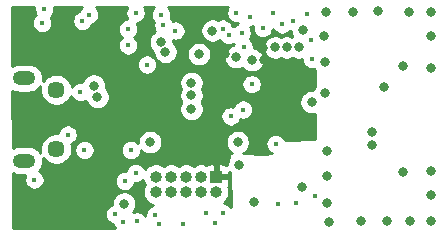
<source format=gbr>
%TF.GenerationSoftware,KiCad,Pcbnew,(5.1.7)-1*%
%TF.CreationDate,2020-12-26T20:13:37+13:00*%
%TF.ProjectId,STM32 RF Dongle,53544d33-3220-4524-9620-446f6e676c65,rev?*%
%TF.SameCoordinates,Original*%
%TF.FileFunction,Copper,L3,Inr*%
%TF.FilePolarity,Positive*%
%FSLAX46Y46*%
G04 Gerber Fmt 4.6, Leading zero omitted, Abs format (unit mm)*
G04 Created by KiCad (PCBNEW (5.1.7)-1) date 2020-12-26 20:13:37*
%MOMM*%
%LPD*%
G01*
G04 APERTURE LIST*
%TA.AperFunction,ComponentPad*%
%ADD10O,1.900000X1.200000*%
%TD*%
%TA.AperFunction,ComponentPad*%
%ADD11C,1.450000*%
%TD*%
%TA.AperFunction,ComponentPad*%
%ADD12R,1.000000X1.000000*%
%TD*%
%TA.AperFunction,ComponentPad*%
%ADD13O,1.000000X1.000000*%
%TD*%
%TA.AperFunction,ViaPad*%
%ADD14C,0.800000*%
%TD*%
%TA.AperFunction,ViaPad*%
%ADD15C,0.450000*%
%TD*%
%TA.AperFunction,ViaPad*%
%ADD16C,0.500000*%
%TD*%
%TA.AperFunction,Conductor*%
%ADD17C,0.254000*%
%TD*%
%TA.AperFunction,Conductor*%
%ADD18C,0.100000*%
%TD*%
G04 APERTURE END LIST*
D10*
%TO.N,Net-(J1-Pad6)*%
%TO.C,J1*%
X127172500Y-97150000D03*
X127172500Y-90150000D03*
D11*
X129872500Y-96150000D03*
X129872500Y-91150000D03*
%TD*%
D12*
%TO.N,+3V3*%
%TO.C,J3*%
X143410000Y-98510000D03*
D13*
%TO.N,SWDIO*%
X143410000Y-99780000D03*
%TO.N,GND*%
X142140000Y-98510000D03*
%TO.N,SW_CLK*%
X142140000Y-99780000D03*
%TO.N,GND*%
X140870000Y-98510000D03*
%TO.N,Net-(J3-Pad6)*%
X140870000Y-99780000D03*
%TO.N,Net-(J3-Pad7)*%
X139600000Y-98510000D03*
%TO.N,Net-(J3-Pad8)*%
X139600000Y-99780000D03*
%TO.N,GND*%
X138330000Y-98510000D03*
%TO.N,NRST*%
X138330000Y-99780000D03*
%TD*%
D14*
%TO.N,GND*%
X152580000Y-86580000D03*
X152825000Y-100700000D03*
X161630000Y-100060000D03*
X161625000Y-97975000D03*
X152825000Y-96350000D03*
X152625000Y-91450000D03*
X161625000Y-89325000D03*
X161620000Y-84530000D03*
X159720000Y-84510000D03*
X157150000Y-84500000D03*
X152625000Y-88825000D03*
X155710000Y-102240000D03*
X161620000Y-102220000D03*
X152825000Y-98450000D03*
X141330000Y-92770000D03*
X141330000Y-91600000D03*
X141330000Y-90550000D03*
X159225000Y-89150000D03*
X157625000Y-90900000D03*
X159225000Y-98125000D03*
X150670000Y-99375000D03*
X146630000Y-100610000D03*
X156625000Y-95800000D03*
X156600000Y-94750000D03*
X146470000Y-88625000D03*
X150395000Y-87550000D03*
X149395000Y-87550000D03*
X148420000Y-87550000D03*
D15*
X148450000Y-95725000D03*
D14*
X151510000Y-92190000D03*
X139130000Y-87920000D03*
X143110000Y-86120000D03*
X145110000Y-88380000D03*
X145380000Y-97490000D03*
X145250000Y-95580000D03*
X138730000Y-87110000D03*
X137830000Y-95560000D03*
X135630000Y-100770000D03*
X133375000Y-91750000D03*
X150770000Y-86100000D03*
D15*
X143970000Y-85950000D03*
X144480000Y-86510000D03*
X147360000Y-85920000D03*
X151430000Y-86960000D03*
X151540000Y-88540000D03*
X145740000Y-87480000D03*
X151750000Y-100090000D03*
X150170000Y-100720000D03*
X148650000Y-100850000D03*
X140620000Y-102530000D03*
X138280000Y-101710000D03*
X136600000Y-98170000D03*
X135680000Y-98850000D03*
X139980000Y-86130000D03*
X137550000Y-89000000D03*
X135980000Y-87380000D03*
X135980000Y-86000000D03*
D14*
X152700000Y-84540000D03*
X155040000Y-84510000D03*
X161650000Y-86610000D03*
X153010000Y-102290000D03*
X157900000Y-102260000D03*
X159800000Y-102280000D03*
D15*
X149900000Y-85310000D03*
X146270000Y-84950000D03*
X138750000Y-84780000D03*
X132650000Y-84780000D03*
X128690000Y-85480000D03*
X128870000Y-84340000D03*
X148270000Y-84650000D03*
X149000000Y-85610000D03*
X151120000Y-84700000D03*
X145140000Y-84630000D03*
X145580000Y-86290000D03*
X138950000Y-85630000D03*
X132090000Y-85310000D03*
X136600000Y-84650000D03*
X142550000Y-101540000D03*
X143960000Y-101550000D03*
X135550000Y-102300000D03*
X136710000Y-102280000D03*
X146425000Y-90675000D03*
X132275000Y-96225000D03*
X130850000Y-94925000D03*
X138575000Y-102475000D03*
X143325000Y-102425000D03*
%TO.N,+3V3*%
X131450000Y-100650000D03*
D14*
X143350000Y-96890000D03*
X147450000Y-88620000D03*
X147420000Y-87590000D03*
D15*
X147675000Y-96000000D03*
D14*
X151560000Y-90520000D03*
X144170000Y-88080000D03*
X140530000Y-95440000D03*
D16*
X137300000Y-92150000D03*
X137325000Y-92650000D03*
X135275000Y-93625000D03*
X135275000Y-93125000D03*
X135275000Y-92650000D03*
D14*
%TO.N,Net-(C3-Pad1)*%
X133070000Y-90790000D03*
D15*
%TO.N,+5V*%
X131925000Y-91325000D03*
D14*
%TO.N,NRST*%
X141970000Y-88110000D03*
D15*
%TO.N,SPI3_CLK*%
X145710000Y-92810000D03*
X144650000Y-93390000D03*
%TO.N,+5V*%
X136200000Y-96250000D03*
%TO.N,Net-(D3-Pad2)*%
X128030000Y-98740000D03*
X134875000Y-101675000D03*
%TD*%
D17*
%TO.N,+3V3*%
X144377878Y-84222637D02*
X144313049Y-84379147D01*
X144280000Y-84545297D01*
X144280000Y-84714703D01*
X144313049Y-84880853D01*
X144377878Y-85037363D01*
X144471995Y-85178218D01*
X144591782Y-85298005D01*
X144732637Y-85392122D01*
X144889147Y-85456951D01*
X145055297Y-85490000D01*
X145224703Y-85490000D01*
X145300462Y-85474931D01*
X145172637Y-85527878D01*
X145031782Y-85621995D01*
X144911995Y-85741782D01*
X144901576Y-85757375D01*
X144887363Y-85747878D01*
X144799396Y-85711441D01*
X144796951Y-85699147D01*
X144732122Y-85542637D01*
X144638005Y-85401782D01*
X144518218Y-85281995D01*
X144377363Y-85187878D01*
X144220853Y-85123049D01*
X144054703Y-85090000D01*
X143885297Y-85090000D01*
X143719147Y-85123049D01*
X143563440Y-85187545D01*
X143411898Y-85124774D01*
X143211939Y-85085000D01*
X143008061Y-85085000D01*
X142808102Y-85124774D01*
X142619744Y-85202795D01*
X142450226Y-85316063D01*
X142306063Y-85460226D01*
X142192795Y-85629744D01*
X142114774Y-85818102D01*
X142075000Y-86018061D01*
X142075000Y-86221939D01*
X142114774Y-86421898D01*
X142192795Y-86610256D01*
X142306063Y-86779774D01*
X142450226Y-86923937D01*
X142619744Y-87037205D01*
X142808102Y-87115226D01*
X143008061Y-87155000D01*
X143211939Y-87155000D01*
X143411898Y-87115226D01*
X143600256Y-87037205D01*
X143736933Y-86945881D01*
X143811995Y-87058218D01*
X143931782Y-87178005D01*
X144072637Y-87272122D01*
X144229147Y-87336951D01*
X144395297Y-87370000D01*
X144564703Y-87370000D01*
X144730853Y-87336951D01*
X144887363Y-87272122D01*
X144907128Y-87258916D01*
X144885141Y-87369450D01*
X144808102Y-87384774D01*
X144619744Y-87462795D01*
X144450226Y-87576063D01*
X144306063Y-87720226D01*
X144192795Y-87889744D01*
X144114774Y-88078102D01*
X144075000Y-88278061D01*
X144075000Y-88481939D01*
X144114774Y-88681898D01*
X144192795Y-88870256D01*
X144306063Y-89039774D01*
X144450226Y-89183937D01*
X144619744Y-89297205D01*
X144808102Y-89375226D01*
X145008061Y-89415000D01*
X145211939Y-89415000D01*
X145411898Y-89375226D01*
X145600256Y-89297205D01*
X145651494Y-89262969D01*
X145666063Y-89284774D01*
X145810226Y-89428937D01*
X145979744Y-89542205D01*
X146168102Y-89620226D01*
X146368061Y-89660000D01*
X146571939Y-89660000D01*
X146771898Y-89620226D01*
X146960256Y-89542205D01*
X147129774Y-89428937D01*
X147273937Y-89284774D01*
X147387205Y-89115256D01*
X147465226Y-88926898D01*
X147505000Y-88726939D01*
X147505000Y-88523061D01*
X147465226Y-88323102D01*
X147387205Y-88134744D01*
X147273937Y-87965226D01*
X147129774Y-87821063D01*
X146960256Y-87707795D01*
X146771898Y-87629774D01*
X146594092Y-87594406D01*
X146600000Y-87564703D01*
X146600000Y-87395297D01*
X146566951Y-87229147D01*
X146502122Y-87072637D01*
X146408005Y-86931782D01*
X146288218Y-86811995D01*
X146272531Y-86801513D01*
X146342122Y-86697363D01*
X146406951Y-86540853D01*
X146440000Y-86374703D01*
X146440000Y-86205297D01*
X146406951Y-86039147D01*
X146342122Y-85882637D01*
X146293587Y-85810000D01*
X146354703Y-85810000D01*
X146511225Y-85778866D01*
X146500000Y-85835297D01*
X146500000Y-86004703D01*
X146533049Y-86170853D01*
X146597878Y-86327363D01*
X146691995Y-86468218D01*
X146811782Y-86588005D01*
X146952637Y-86682122D01*
X147109147Y-86746951D01*
X147275297Y-86780000D01*
X147444703Y-86780000D01*
X147610853Y-86746951D01*
X147767363Y-86682122D01*
X147908218Y-86588005D01*
X148028005Y-86468218D01*
X148122122Y-86327363D01*
X148186951Y-86170853D01*
X148220000Y-86004703D01*
X148220000Y-85974202D01*
X148237878Y-86017363D01*
X148331995Y-86158218D01*
X148451782Y-86278005D01*
X148592637Y-86372122D01*
X148749147Y-86436951D01*
X148915297Y-86470000D01*
X149084703Y-86470000D01*
X149250853Y-86436951D01*
X149407363Y-86372122D01*
X149548218Y-86278005D01*
X149668005Y-86158218D01*
X149678336Y-86142757D01*
X149735000Y-86154028D01*
X149735000Y-86201939D01*
X149774774Y-86401898D01*
X149852795Y-86590256D01*
X149879674Y-86630483D01*
X149696898Y-86554774D01*
X149496939Y-86515000D01*
X149293061Y-86515000D01*
X149093102Y-86554774D01*
X148907500Y-86631653D01*
X148721898Y-86554774D01*
X148521939Y-86515000D01*
X148318061Y-86515000D01*
X148118102Y-86554774D01*
X147929744Y-86632795D01*
X147760226Y-86746063D01*
X147616063Y-86890226D01*
X147502795Y-87059744D01*
X147424774Y-87248102D01*
X147385000Y-87448061D01*
X147385000Y-87651939D01*
X147424774Y-87851898D01*
X147502795Y-88040256D01*
X147616063Y-88209774D01*
X147760226Y-88353937D01*
X147929744Y-88467205D01*
X148118102Y-88545226D01*
X148318061Y-88585000D01*
X148521939Y-88585000D01*
X148721898Y-88545226D01*
X148907500Y-88468347D01*
X149093102Y-88545226D01*
X149293061Y-88585000D01*
X149496939Y-88585000D01*
X149696898Y-88545226D01*
X149885256Y-88467205D01*
X149895000Y-88460694D01*
X149904744Y-88467205D01*
X150093102Y-88545226D01*
X150293061Y-88585000D01*
X150496939Y-88585000D01*
X150680000Y-88548587D01*
X150680000Y-88624703D01*
X150713049Y-88790853D01*
X150777878Y-88947363D01*
X150871995Y-89088218D01*
X150991782Y-89208005D01*
X151132637Y-89302122D01*
X151289147Y-89366951D01*
X151455297Y-89400000D01*
X151624703Y-89400000D01*
X151748028Y-89375469D01*
X151808086Y-89465353D01*
X151804690Y-90814730D01*
X151707795Y-90959744D01*
X151629774Y-91148102D01*
X151627775Y-91158150D01*
X151611939Y-91155000D01*
X151408061Y-91155000D01*
X151208102Y-91194774D01*
X151019744Y-91272795D01*
X150850226Y-91386063D01*
X150706063Y-91530226D01*
X150592795Y-91699744D01*
X150514774Y-91888102D01*
X150475000Y-92088061D01*
X150475000Y-92291939D01*
X150514774Y-92491898D01*
X150592795Y-92680256D01*
X150706063Y-92849774D01*
X150850226Y-92993937D01*
X151019744Y-93107205D01*
X151208102Y-93185226D01*
X151408061Y-93225000D01*
X151611939Y-93225000D01*
X151798717Y-93187848D01*
X151793308Y-95337118D01*
X149254949Y-95421031D01*
X149212122Y-95317637D01*
X149118005Y-95176782D01*
X148998218Y-95056995D01*
X148857363Y-94962878D01*
X148700853Y-94898049D01*
X148534703Y-94865000D01*
X148365297Y-94865000D01*
X148199147Y-94898049D01*
X148042637Y-94962878D01*
X147901782Y-95056995D01*
X147781995Y-95176782D01*
X147687878Y-95317637D01*
X147623049Y-95474147D01*
X147590000Y-95640297D01*
X147590000Y-95809703D01*
X147623049Y-95975853D01*
X147687878Y-96132363D01*
X147781995Y-96273218D01*
X147901782Y-96393005D01*
X148042637Y-96487122D01*
X148119294Y-96518875D01*
X147506107Y-96540253D01*
X145736535Y-96517406D01*
X145714011Y-96508076D01*
X145740256Y-96497205D01*
X145909774Y-96383937D01*
X146053937Y-96239774D01*
X146167205Y-96070256D01*
X146245226Y-95881898D01*
X146285000Y-95681939D01*
X146285000Y-95478061D01*
X146245226Y-95278102D01*
X146167205Y-95089744D01*
X146053937Y-94920226D01*
X145909774Y-94776063D01*
X145740256Y-94662795D01*
X145551898Y-94584774D01*
X145351939Y-94545000D01*
X145148061Y-94545000D01*
X144948102Y-94584774D01*
X144759744Y-94662795D01*
X144590226Y-94776063D01*
X144446063Y-94920226D01*
X144332795Y-95089744D01*
X144254774Y-95278102D01*
X144215000Y-95478061D01*
X144215000Y-95681939D01*
X144254774Y-95881898D01*
X144332795Y-96070256D01*
X144446063Y-96239774D01*
X144590226Y-96383937D01*
X144759744Y-96497205D01*
X144778655Y-96505038D01*
X144621640Y-96503011D01*
X144596834Y-96505131D01*
X144572918Y-96512050D01*
X144550812Y-96523501D01*
X144531364Y-96539046D01*
X144515323Y-96558085D01*
X144503305Y-96579888D01*
X144495771Y-96603618D01*
X144493104Y-96635127D01*
X144505268Y-96936179D01*
X144462795Y-96999744D01*
X144384774Y-97188102D01*
X144345000Y-97388061D01*
X144345000Y-97545532D01*
X144264494Y-97479463D01*
X144154180Y-97420498D01*
X144034482Y-97384188D01*
X143910000Y-97371928D01*
X143695750Y-97375000D01*
X143537000Y-97533750D01*
X143537000Y-98383000D01*
X144386250Y-98383000D01*
X144545000Y-98224250D01*
X144546698Y-98105826D01*
X144552901Y-98115110D01*
X144672208Y-101067935D01*
X144628005Y-101001782D01*
X144508218Y-100881995D01*
X144367363Y-100787878D01*
X144210853Y-100723049D01*
X144080406Y-100697102D01*
X144133520Y-100661612D01*
X144291612Y-100503520D01*
X144415824Y-100317624D01*
X144501383Y-100111067D01*
X144545000Y-99891788D01*
X144545000Y-99668212D01*
X144501383Y-99448933D01*
X144455112Y-99337226D01*
X144499502Y-99254180D01*
X144535812Y-99134482D01*
X144548072Y-99010000D01*
X144545000Y-98795750D01*
X144386250Y-98637000D01*
X143537000Y-98637000D01*
X143537000Y-98648026D01*
X143521788Y-98645000D01*
X143298212Y-98645000D01*
X143283000Y-98648026D01*
X143283000Y-98637000D01*
X143271974Y-98637000D01*
X143275000Y-98621788D01*
X143275000Y-98398212D01*
X143271974Y-98383000D01*
X143283000Y-98383000D01*
X143283000Y-97533750D01*
X143124250Y-97375000D01*
X142910000Y-97371928D01*
X142785518Y-97384188D01*
X142665820Y-97420498D01*
X142582774Y-97464888D01*
X142471067Y-97418617D01*
X142251788Y-97375000D01*
X142028212Y-97375000D01*
X141808933Y-97418617D01*
X141602376Y-97504176D01*
X141505000Y-97569241D01*
X141407624Y-97504176D01*
X141201067Y-97418617D01*
X140981788Y-97375000D01*
X140758212Y-97375000D01*
X140538933Y-97418617D01*
X140332376Y-97504176D01*
X140235000Y-97569241D01*
X140137624Y-97504176D01*
X139931067Y-97418617D01*
X139711788Y-97375000D01*
X139488212Y-97375000D01*
X139268933Y-97418617D01*
X139062376Y-97504176D01*
X138965000Y-97569241D01*
X138867624Y-97504176D01*
X138661067Y-97418617D01*
X138441788Y-97375000D01*
X138218212Y-97375000D01*
X137998933Y-97418617D01*
X137792376Y-97504176D01*
X137606480Y-97628388D01*
X137448388Y-97786480D01*
X137401231Y-97857055D01*
X137362122Y-97762637D01*
X137268005Y-97621782D01*
X137148218Y-97501995D01*
X137007363Y-97407878D01*
X136850853Y-97343049D01*
X136684703Y-97310000D01*
X136515297Y-97310000D01*
X136349147Y-97343049D01*
X136192637Y-97407878D01*
X136051782Y-97501995D01*
X135931995Y-97621782D01*
X135837878Y-97762637D01*
X135773049Y-97919147D01*
X135758956Y-97990000D01*
X135595297Y-97990000D01*
X135429147Y-98023049D01*
X135272637Y-98087878D01*
X135131782Y-98181995D01*
X135011995Y-98301782D01*
X134917878Y-98442637D01*
X134853049Y-98599147D01*
X134820000Y-98765297D01*
X134820000Y-98934703D01*
X134853049Y-99100853D01*
X134917878Y-99257363D01*
X135011995Y-99398218D01*
X135131782Y-99518005D01*
X135272637Y-99612122D01*
X135429147Y-99676951D01*
X135595297Y-99710000D01*
X135764703Y-99710000D01*
X135930853Y-99676951D01*
X136087363Y-99612122D01*
X136228218Y-99518005D01*
X136348005Y-99398218D01*
X136442122Y-99257363D01*
X136506951Y-99100853D01*
X136521044Y-99030000D01*
X136684703Y-99030000D01*
X136850853Y-98996951D01*
X137007363Y-98932122D01*
X137148218Y-98838005D01*
X137223111Y-98763112D01*
X137238617Y-98841067D01*
X137324176Y-99047624D01*
X137389241Y-99145000D01*
X137324176Y-99242376D01*
X137238617Y-99448933D01*
X137195000Y-99668212D01*
X137195000Y-99891788D01*
X137238617Y-100111067D01*
X137324176Y-100317624D01*
X137448388Y-100503520D01*
X137606480Y-100661612D01*
X137792376Y-100785824D01*
X137998933Y-100871383D01*
X138043365Y-100880221D01*
X138029147Y-100883049D01*
X137872637Y-100947878D01*
X137731782Y-101041995D01*
X137611995Y-101161782D01*
X137517878Y-101302637D01*
X137453049Y-101459147D01*
X137420000Y-101625297D01*
X137420000Y-101794631D01*
X137378005Y-101731782D01*
X137258218Y-101611995D01*
X137117363Y-101517878D01*
X136960853Y-101453049D01*
X136794703Y-101420000D01*
X136625297Y-101420000D01*
X136459147Y-101453049D01*
X136376378Y-101487333D01*
X136433937Y-101429774D01*
X136547205Y-101260256D01*
X136625226Y-101071898D01*
X136665000Y-100871939D01*
X136665000Y-100668061D01*
X136625226Y-100468102D01*
X136547205Y-100279744D01*
X136433937Y-100110226D01*
X136289774Y-99966063D01*
X136120256Y-99852795D01*
X135931898Y-99774774D01*
X135731939Y-99735000D01*
X135528061Y-99735000D01*
X135328102Y-99774774D01*
X135139744Y-99852795D01*
X134970226Y-99966063D01*
X134826063Y-100110226D01*
X134712795Y-100279744D01*
X134634774Y-100468102D01*
X134595000Y-100668061D01*
X134595000Y-100860122D01*
X134467637Y-100912878D01*
X134326782Y-101006995D01*
X134206995Y-101126782D01*
X134112878Y-101267637D01*
X134048049Y-101424147D01*
X134015000Y-101590297D01*
X134015000Y-101759703D01*
X134048049Y-101925853D01*
X134112878Y-102082363D01*
X134206995Y-102223218D01*
X134326782Y-102343005D01*
X134467637Y-102437122D01*
X134624147Y-102501951D01*
X134716995Y-102520420D01*
X134723049Y-102550853D01*
X134787878Y-102707363D01*
X134870692Y-102831303D01*
X126219260Y-102830139D01*
X126202113Y-98218747D01*
X126347599Y-98296511D01*
X126580398Y-98367130D01*
X126761835Y-98385000D01*
X127246188Y-98385000D01*
X127203049Y-98489147D01*
X127170000Y-98655297D01*
X127170000Y-98824703D01*
X127203049Y-98990853D01*
X127267878Y-99147363D01*
X127361995Y-99288218D01*
X127481782Y-99408005D01*
X127622637Y-99502122D01*
X127779147Y-99566951D01*
X127945297Y-99600000D01*
X128114703Y-99600000D01*
X128280853Y-99566951D01*
X128437363Y-99502122D01*
X128578218Y-99408005D01*
X128698005Y-99288218D01*
X128792122Y-99147363D01*
X128856951Y-98990853D01*
X128890000Y-98824703D01*
X128890000Y-98655297D01*
X128856951Y-98489147D01*
X128792122Y-98332637D01*
X128698005Y-98191782D01*
X128578218Y-98071995D01*
X128439536Y-97979330D01*
X128554333Y-97839449D01*
X128669011Y-97624901D01*
X128739630Y-97392102D01*
X128763475Y-97150000D01*
X128739630Y-96907898D01*
X128736617Y-96897965D01*
X128816119Y-97016949D01*
X129005551Y-97206381D01*
X129228299Y-97355216D01*
X129475803Y-97457736D01*
X129738552Y-97510000D01*
X130006448Y-97510000D01*
X130269197Y-97457736D01*
X130516701Y-97355216D01*
X130739449Y-97206381D01*
X130928881Y-97016949D01*
X131077716Y-96794201D01*
X131180236Y-96546697D01*
X131232500Y-96283948D01*
X131232500Y-96140297D01*
X131415000Y-96140297D01*
X131415000Y-96309703D01*
X131448049Y-96475853D01*
X131512878Y-96632363D01*
X131606995Y-96773218D01*
X131726782Y-96893005D01*
X131867637Y-96987122D01*
X132024147Y-97051951D01*
X132190297Y-97085000D01*
X132359703Y-97085000D01*
X132525853Y-97051951D01*
X132682363Y-96987122D01*
X132823218Y-96893005D01*
X132943005Y-96773218D01*
X133037122Y-96632363D01*
X133101951Y-96475853D01*
X133135000Y-96309703D01*
X133135000Y-96165297D01*
X135340000Y-96165297D01*
X135340000Y-96334703D01*
X135373049Y-96500853D01*
X135437878Y-96657363D01*
X135531995Y-96798218D01*
X135651782Y-96918005D01*
X135792637Y-97012122D01*
X135949147Y-97076951D01*
X136115297Y-97110000D01*
X136284703Y-97110000D01*
X136450853Y-97076951D01*
X136607363Y-97012122D01*
X136748218Y-96918005D01*
X136868005Y-96798218D01*
X136962122Y-96657363D01*
X137026951Y-96500853D01*
X137060000Y-96334703D01*
X137060000Y-96253711D01*
X137170226Y-96363937D01*
X137339744Y-96477205D01*
X137528102Y-96555226D01*
X137728061Y-96595000D01*
X137931939Y-96595000D01*
X138131898Y-96555226D01*
X138320256Y-96477205D01*
X138489774Y-96363937D01*
X138633937Y-96219774D01*
X138747205Y-96050256D01*
X138825226Y-95861898D01*
X138865000Y-95661939D01*
X138865000Y-95458061D01*
X138825226Y-95258102D01*
X138747205Y-95069744D01*
X138633937Y-94900226D01*
X138489774Y-94756063D01*
X138320256Y-94642795D01*
X138131898Y-94564774D01*
X137931939Y-94525000D01*
X137728061Y-94525000D01*
X137528102Y-94564774D01*
X137339744Y-94642795D01*
X137170226Y-94756063D01*
X137026063Y-94900226D01*
X136912795Y-95069744D01*
X136834774Y-95258102D01*
X136795000Y-95458061D01*
X136795000Y-95628777D01*
X136748218Y-95581995D01*
X136607363Y-95487878D01*
X136450853Y-95423049D01*
X136284703Y-95390000D01*
X136115297Y-95390000D01*
X135949147Y-95423049D01*
X135792637Y-95487878D01*
X135651782Y-95581995D01*
X135531995Y-95701782D01*
X135437878Y-95842637D01*
X135373049Y-95999147D01*
X135340000Y-96165297D01*
X133135000Y-96165297D01*
X133135000Y-96140297D01*
X133101951Y-95974147D01*
X133037122Y-95817637D01*
X132943005Y-95676782D01*
X132823218Y-95556995D01*
X132682363Y-95462878D01*
X132525853Y-95398049D01*
X132359703Y-95365000D01*
X132190297Y-95365000D01*
X132024147Y-95398049D01*
X131867637Y-95462878D01*
X131726782Y-95556995D01*
X131606995Y-95676782D01*
X131512878Y-95817637D01*
X131448049Y-95974147D01*
X131415000Y-96140297D01*
X131232500Y-96140297D01*
X131232500Y-96016052D01*
X131180236Y-95753303D01*
X131168133Y-95724083D01*
X131257363Y-95687122D01*
X131398218Y-95593005D01*
X131518005Y-95473218D01*
X131612122Y-95332363D01*
X131676951Y-95175853D01*
X131710000Y-95009703D01*
X131710000Y-94840297D01*
X131676951Y-94674147D01*
X131612122Y-94517637D01*
X131518005Y-94376782D01*
X131398218Y-94256995D01*
X131257363Y-94162878D01*
X131100853Y-94098049D01*
X130934703Y-94065000D01*
X130765297Y-94065000D01*
X130599147Y-94098049D01*
X130442637Y-94162878D01*
X130301782Y-94256995D01*
X130181995Y-94376782D01*
X130087878Y-94517637D01*
X130023049Y-94674147D01*
X130000005Y-94790000D01*
X129738552Y-94790000D01*
X129475803Y-94842264D01*
X129228299Y-94944784D01*
X129005551Y-95093619D01*
X128816119Y-95283051D01*
X128667284Y-95505799D01*
X128564764Y-95753303D01*
X128512500Y-96016052D01*
X128512500Y-96283948D01*
X128545484Y-96449768D01*
X128400002Y-96272498D01*
X128211949Y-96118167D01*
X127997401Y-96003489D01*
X127764602Y-95932870D01*
X127583165Y-95915000D01*
X126761835Y-95915000D01*
X126580398Y-95932870D01*
X126347599Y-96003489D01*
X126194181Y-96085492D01*
X126176032Y-91204807D01*
X126347599Y-91296511D01*
X126580398Y-91367130D01*
X126761835Y-91385000D01*
X127583165Y-91385000D01*
X127764602Y-91367130D01*
X127997401Y-91296511D01*
X128211949Y-91181833D01*
X128400002Y-91027502D01*
X128545484Y-90850232D01*
X128512500Y-91016052D01*
X128512500Y-91283948D01*
X128564764Y-91546697D01*
X128667284Y-91794201D01*
X128816119Y-92016949D01*
X129005551Y-92206381D01*
X129228299Y-92355216D01*
X129475803Y-92457736D01*
X129738552Y-92510000D01*
X130006448Y-92510000D01*
X130269197Y-92457736D01*
X130516701Y-92355216D01*
X130739449Y-92206381D01*
X130928881Y-92016949D01*
X131077716Y-91794201D01*
X131133104Y-91660483D01*
X131162878Y-91732363D01*
X131256995Y-91873218D01*
X131376782Y-91993005D01*
X131517637Y-92087122D01*
X131674147Y-92151951D01*
X131840297Y-92185000D01*
X132009703Y-92185000D01*
X132175853Y-92151951D01*
X132332363Y-92087122D01*
X132380924Y-92054674D01*
X132457795Y-92240256D01*
X132571063Y-92409774D01*
X132715226Y-92553937D01*
X132884744Y-92667205D01*
X133073102Y-92745226D01*
X133273061Y-92785000D01*
X133476939Y-92785000D01*
X133676898Y-92745226D01*
X133865256Y-92667205D01*
X134034774Y-92553937D01*
X134178937Y-92409774D01*
X134292205Y-92240256D01*
X134370226Y-92051898D01*
X134410000Y-91851939D01*
X134410000Y-91648061D01*
X134370226Y-91448102D01*
X134292205Y-91259744D01*
X134178937Y-91090226D01*
X134084369Y-90995658D01*
X134105000Y-90891939D01*
X134105000Y-90688061D01*
X134065226Y-90488102D01*
X134048641Y-90448061D01*
X140295000Y-90448061D01*
X140295000Y-90651939D01*
X140334774Y-90851898D01*
X140412795Y-91040256D01*
X140436010Y-91075000D01*
X140412795Y-91109744D01*
X140334774Y-91298102D01*
X140295000Y-91498061D01*
X140295000Y-91701939D01*
X140334774Y-91901898D01*
X140412795Y-92090256D01*
X140476101Y-92185000D01*
X140412795Y-92279744D01*
X140334774Y-92468102D01*
X140295000Y-92668061D01*
X140295000Y-92871939D01*
X140334774Y-93071898D01*
X140412795Y-93260256D01*
X140526063Y-93429774D01*
X140670226Y-93573937D01*
X140839744Y-93687205D01*
X141028102Y-93765226D01*
X141228061Y-93805000D01*
X141431939Y-93805000D01*
X141631898Y-93765226D01*
X141820256Y-93687205D01*
X141989774Y-93573937D01*
X142133937Y-93429774D01*
X142217109Y-93305297D01*
X143790000Y-93305297D01*
X143790000Y-93474703D01*
X143823049Y-93640853D01*
X143887878Y-93797363D01*
X143981995Y-93938218D01*
X144101782Y-94058005D01*
X144242637Y-94152122D01*
X144399147Y-94216951D01*
X144565297Y-94250000D01*
X144734703Y-94250000D01*
X144900853Y-94216951D01*
X145057363Y-94152122D01*
X145198218Y-94058005D01*
X145318005Y-93938218D01*
X145412122Y-93797363D01*
X145476951Y-93640853D01*
X145477020Y-93640506D01*
X145625297Y-93670000D01*
X145794703Y-93670000D01*
X145960853Y-93636951D01*
X146117363Y-93572122D01*
X146258218Y-93478005D01*
X146378005Y-93358218D01*
X146472122Y-93217363D01*
X146536951Y-93060853D01*
X146570000Y-92894703D01*
X146570000Y-92725297D01*
X146536951Y-92559147D01*
X146472122Y-92402637D01*
X146378005Y-92261782D01*
X146258218Y-92141995D01*
X146117363Y-92047878D01*
X145960853Y-91983049D01*
X145794703Y-91950000D01*
X145625297Y-91950000D01*
X145459147Y-91983049D01*
X145302637Y-92047878D01*
X145161782Y-92141995D01*
X145041995Y-92261782D01*
X144947878Y-92402637D01*
X144883049Y-92559147D01*
X144882980Y-92559494D01*
X144734703Y-92530000D01*
X144565297Y-92530000D01*
X144399147Y-92563049D01*
X144242637Y-92627878D01*
X144101782Y-92721995D01*
X143981995Y-92841782D01*
X143887878Y-92982637D01*
X143823049Y-93139147D01*
X143790000Y-93305297D01*
X142217109Y-93305297D01*
X142247205Y-93260256D01*
X142325226Y-93071898D01*
X142365000Y-92871939D01*
X142365000Y-92668061D01*
X142325226Y-92468102D01*
X142247205Y-92279744D01*
X142183899Y-92185000D01*
X142247205Y-92090256D01*
X142325226Y-91901898D01*
X142365000Y-91701939D01*
X142365000Y-91498061D01*
X142325226Y-91298102D01*
X142247205Y-91109744D01*
X142223990Y-91075000D01*
X142247205Y-91040256D01*
X142325226Y-90851898D01*
X142365000Y-90651939D01*
X142365000Y-90590297D01*
X145565000Y-90590297D01*
X145565000Y-90759703D01*
X145598049Y-90925853D01*
X145662878Y-91082363D01*
X145756995Y-91223218D01*
X145876782Y-91343005D01*
X146017637Y-91437122D01*
X146174147Y-91501951D01*
X146340297Y-91535000D01*
X146509703Y-91535000D01*
X146675853Y-91501951D01*
X146832363Y-91437122D01*
X146973218Y-91343005D01*
X147093005Y-91223218D01*
X147187122Y-91082363D01*
X147251951Y-90925853D01*
X147285000Y-90759703D01*
X147285000Y-90590297D01*
X147251951Y-90424147D01*
X147187122Y-90267637D01*
X147093005Y-90126782D01*
X146973218Y-90006995D01*
X146832363Y-89912878D01*
X146675853Y-89848049D01*
X146509703Y-89815000D01*
X146340297Y-89815000D01*
X146174147Y-89848049D01*
X146017637Y-89912878D01*
X145876782Y-90006995D01*
X145756995Y-90126782D01*
X145662878Y-90267637D01*
X145598049Y-90424147D01*
X145565000Y-90590297D01*
X142365000Y-90590297D01*
X142365000Y-90448061D01*
X142325226Y-90248102D01*
X142247205Y-90059744D01*
X142133937Y-89890226D01*
X141989774Y-89746063D01*
X141820256Y-89632795D01*
X141631898Y-89554774D01*
X141431939Y-89515000D01*
X141228061Y-89515000D01*
X141028102Y-89554774D01*
X140839744Y-89632795D01*
X140670226Y-89746063D01*
X140526063Y-89890226D01*
X140412795Y-90059744D01*
X140334774Y-90248102D01*
X140295000Y-90448061D01*
X134048641Y-90448061D01*
X133987205Y-90299744D01*
X133873937Y-90130226D01*
X133729774Y-89986063D01*
X133560256Y-89872795D01*
X133371898Y-89794774D01*
X133171939Y-89755000D01*
X132968061Y-89755000D01*
X132768102Y-89794774D01*
X132579744Y-89872795D01*
X132410226Y-89986063D01*
X132266063Y-90130226D01*
X132152795Y-90299744D01*
X132078662Y-90478717D01*
X132009703Y-90465000D01*
X131840297Y-90465000D01*
X131674147Y-90498049D01*
X131517637Y-90562878D01*
X131376782Y-90656995D01*
X131256995Y-90776782D01*
X131201443Y-90859920D01*
X131180236Y-90753303D01*
X131077716Y-90505799D01*
X130928881Y-90283051D01*
X130739449Y-90093619D01*
X130516701Y-89944784D01*
X130269197Y-89842264D01*
X130006448Y-89790000D01*
X129738552Y-89790000D01*
X129475803Y-89842264D01*
X129228299Y-89944784D01*
X129005551Y-90093619D01*
X128816119Y-90283051D01*
X128736617Y-90402035D01*
X128739630Y-90392102D01*
X128763475Y-90150000D01*
X128739630Y-89907898D01*
X128669011Y-89675099D01*
X128554333Y-89460551D01*
X128400002Y-89272498D01*
X128211949Y-89118167D01*
X127997401Y-89003489D01*
X127764602Y-88932870D01*
X127586181Y-88915297D01*
X136690000Y-88915297D01*
X136690000Y-89084703D01*
X136723049Y-89250853D01*
X136787878Y-89407363D01*
X136881995Y-89548218D01*
X137001782Y-89668005D01*
X137142637Y-89762122D01*
X137299147Y-89826951D01*
X137465297Y-89860000D01*
X137634703Y-89860000D01*
X137800853Y-89826951D01*
X137957363Y-89762122D01*
X138098218Y-89668005D01*
X138218005Y-89548218D01*
X138312122Y-89407363D01*
X138376951Y-89250853D01*
X138410000Y-89084703D01*
X138410000Y-88915297D01*
X138376951Y-88749147D01*
X138312122Y-88592637D01*
X138218005Y-88451782D01*
X138098218Y-88331995D01*
X137957363Y-88237878D01*
X137800853Y-88173049D01*
X137634703Y-88140000D01*
X137465297Y-88140000D01*
X137299147Y-88173049D01*
X137142637Y-88237878D01*
X137001782Y-88331995D01*
X136881995Y-88451782D01*
X136787878Y-88592637D01*
X136723049Y-88749147D01*
X136690000Y-88915297D01*
X127586181Y-88915297D01*
X127583165Y-88915000D01*
X126761835Y-88915000D01*
X126580398Y-88932870D01*
X126347599Y-89003489D01*
X126168204Y-89099378D01*
X126149799Y-84149898D01*
X128031166Y-84148888D01*
X128010000Y-84255297D01*
X128010000Y-84424703D01*
X128043049Y-84590853D01*
X128107878Y-84747363D01*
X128148199Y-84807707D01*
X128141782Y-84811995D01*
X128021995Y-84931782D01*
X127927878Y-85072637D01*
X127863049Y-85229147D01*
X127830000Y-85395297D01*
X127830000Y-85564703D01*
X127863049Y-85730853D01*
X127927878Y-85887363D01*
X128021995Y-86028218D01*
X128141782Y-86148005D01*
X128282637Y-86242122D01*
X128439147Y-86306951D01*
X128605297Y-86340000D01*
X128774703Y-86340000D01*
X128940853Y-86306951D01*
X129097363Y-86242122D01*
X129238218Y-86148005D01*
X129358005Y-86028218D01*
X129452122Y-85887363D01*
X129516951Y-85730853D01*
X129550000Y-85564703D01*
X129550000Y-85395297D01*
X129516951Y-85229147D01*
X129452122Y-85072637D01*
X129411801Y-85012293D01*
X129418218Y-85008005D01*
X129538005Y-84888218D01*
X129632122Y-84747363D01*
X129696951Y-84590853D01*
X129730000Y-84424703D01*
X129730000Y-84255297D01*
X129708655Y-84147987D01*
X132067056Y-84146721D01*
X131981995Y-84231782D01*
X131887878Y-84372637D01*
X131842413Y-84482399D01*
X131839147Y-84483049D01*
X131682637Y-84547878D01*
X131541782Y-84641995D01*
X131421995Y-84761782D01*
X131327878Y-84902637D01*
X131263049Y-85059147D01*
X131230000Y-85225297D01*
X131230000Y-85394703D01*
X131263049Y-85560853D01*
X131327878Y-85717363D01*
X131421995Y-85858218D01*
X131541782Y-85978005D01*
X131682637Y-86072122D01*
X131839147Y-86136951D01*
X132005297Y-86170000D01*
X132174703Y-86170000D01*
X132340853Y-86136951D01*
X132497363Y-86072122D01*
X132638218Y-85978005D01*
X132758005Y-85858218D01*
X132852122Y-85717363D01*
X132897587Y-85607601D01*
X132900853Y-85606951D01*
X133057363Y-85542122D01*
X133198218Y-85448005D01*
X133318005Y-85328218D01*
X133412122Y-85187363D01*
X133476951Y-85030853D01*
X133510000Y-84864703D01*
X133510000Y-84695297D01*
X133476951Y-84529147D01*
X133412122Y-84372637D01*
X133318005Y-84231782D01*
X133232318Y-84146095D01*
X135903344Y-84144661D01*
X135837878Y-84242637D01*
X135773049Y-84399147D01*
X135740000Y-84565297D01*
X135740000Y-84734703D01*
X135773049Y-84900853D01*
X135837878Y-85057363D01*
X135893353Y-85140387D01*
X135729147Y-85173049D01*
X135572637Y-85237878D01*
X135431782Y-85331995D01*
X135311995Y-85451782D01*
X135217878Y-85592637D01*
X135153049Y-85749147D01*
X135120000Y-85915297D01*
X135120000Y-86084703D01*
X135153049Y-86250853D01*
X135217878Y-86407363D01*
X135311995Y-86548218D01*
X135431782Y-86668005D01*
X135464700Y-86690000D01*
X135431782Y-86711995D01*
X135311995Y-86831782D01*
X135217878Y-86972637D01*
X135153049Y-87129147D01*
X135120000Y-87295297D01*
X135120000Y-87464703D01*
X135153049Y-87630853D01*
X135217878Y-87787363D01*
X135311995Y-87928218D01*
X135431782Y-88048005D01*
X135572637Y-88142122D01*
X135729147Y-88206951D01*
X135895297Y-88240000D01*
X136064703Y-88240000D01*
X136230853Y-88206951D01*
X136387363Y-88142122D01*
X136528218Y-88048005D01*
X136648005Y-87928218D01*
X136742122Y-87787363D01*
X136806951Y-87630853D01*
X136840000Y-87464703D01*
X136840000Y-87295297D01*
X136806951Y-87129147D01*
X136742122Y-86972637D01*
X136648005Y-86831782D01*
X136528218Y-86711995D01*
X136495300Y-86690000D01*
X136528218Y-86668005D01*
X136648005Y-86548218D01*
X136742122Y-86407363D01*
X136806951Y-86250853D01*
X136840000Y-86084703D01*
X136840000Y-85915297D01*
X136806951Y-85749147D01*
X136742122Y-85592637D01*
X136686647Y-85509613D01*
X136850853Y-85476951D01*
X137007363Y-85412122D01*
X137148218Y-85318005D01*
X137268005Y-85198218D01*
X137362122Y-85057363D01*
X137426951Y-84900853D01*
X137460000Y-84734703D01*
X137460000Y-84565297D01*
X137426951Y-84399147D01*
X137362122Y-84242637D01*
X137296156Y-84143913D01*
X138170334Y-84143443D01*
X138081995Y-84231782D01*
X137987878Y-84372637D01*
X137923049Y-84529147D01*
X137890000Y-84695297D01*
X137890000Y-84864703D01*
X137923049Y-85030853D01*
X137987878Y-85187363D01*
X138081995Y-85328218D01*
X138125941Y-85372164D01*
X138123049Y-85379147D01*
X138090000Y-85545297D01*
X138090000Y-85714703D01*
X138123049Y-85880853D01*
X138187878Y-86037363D01*
X138280465Y-86175928D01*
X138239744Y-86192795D01*
X138070226Y-86306063D01*
X137926063Y-86450226D01*
X137812795Y-86619744D01*
X137734774Y-86808102D01*
X137695000Y-87008061D01*
X137695000Y-87211939D01*
X137734774Y-87411898D01*
X137812795Y-87600256D01*
X137926063Y-87769774D01*
X138070226Y-87913937D01*
X138095000Y-87930490D01*
X138095000Y-88021939D01*
X138134774Y-88221898D01*
X138212795Y-88410256D01*
X138326063Y-88579774D01*
X138470226Y-88723937D01*
X138639744Y-88837205D01*
X138828102Y-88915226D01*
X139028061Y-88955000D01*
X139231939Y-88955000D01*
X139431898Y-88915226D01*
X139620256Y-88837205D01*
X139789774Y-88723937D01*
X139933937Y-88579774D01*
X140047205Y-88410256D01*
X140125226Y-88221898D01*
X140165000Y-88021939D01*
X140165000Y-88008061D01*
X140935000Y-88008061D01*
X140935000Y-88211939D01*
X140974774Y-88411898D01*
X141052795Y-88600256D01*
X141166063Y-88769774D01*
X141310226Y-88913937D01*
X141479744Y-89027205D01*
X141668102Y-89105226D01*
X141868061Y-89145000D01*
X142071939Y-89145000D01*
X142271898Y-89105226D01*
X142460256Y-89027205D01*
X142629774Y-88913937D01*
X142773937Y-88769774D01*
X142887205Y-88600256D01*
X142965226Y-88411898D01*
X143005000Y-88211939D01*
X143005000Y-88008061D01*
X142965226Y-87808102D01*
X142887205Y-87619744D01*
X142773937Y-87450226D01*
X142629774Y-87306063D01*
X142460256Y-87192795D01*
X142271898Y-87114774D01*
X142071939Y-87075000D01*
X141868061Y-87075000D01*
X141668102Y-87114774D01*
X141479744Y-87192795D01*
X141310226Y-87306063D01*
X141166063Y-87450226D01*
X141052795Y-87619744D01*
X140974774Y-87808102D01*
X140935000Y-88008061D01*
X140165000Y-88008061D01*
X140165000Y-87818061D01*
X140125226Y-87618102D01*
X140047205Y-87429744D01*
X139933937Y-87260226D01*
X139789774Y-87116063D01*
X139765000Y-87099510D01*
X139765000Y-87008061D01*
X139755892Y-86962271D01*
X139895297Y-86990000D01*
X140064703Y-86990000D01*
X140230853Y-86956951D01*
X140387363Y-86892122D01*
X140528218Y-86798005D01*
X140648005Y-86678218D01*
X140742122Y-86537363D01*
X140806951Y-86380853D01*
X140840000Y-86214703D01*
X140840000Y-86045297D01*
X140806951Y-85879147D01*
X140742122Y-85722637D01*
X140648005Y-85581782D01*
X140528218Y-85461995D01*
X140387363Y-85367878D01*
X140230853Y-85303049D01*
X140064703Y-85270000D01*
X139895297Y-85270000D01*
X139744191Y-85300057D01*
X139712122Y-85222637D01*
X139618005Y-85081782D01*
X139574059Y-85037836D01*
X139576951Y-85030853D01*
X139610000Y-84864703D01*
X139610000Y-84695297D01*
X139576951Y-84529147D01*
X139512122Y-84372637D01*
X139418005Y-84231782D01*
X139329044Y-84142821D01*
X144433041Y-84140080D01*
X144377878Y-84222637D01*
%TA.AperFunction,Conductor*%
D18*
G36*
X144377878Y-84222637D02*
G01*
X144313049Y-84379147D01*
X144280000Y-84545297D01*
X144280000Y-84714703D01*
X144313049Y-84880853D01*
X144377878Y-85037363D01*
X144471995Y-85178218D01*
X144591782Y-85298005D01*
X144732637Y-85392122D01*
X144889147Y-85456951D01*
X145055297Y-85490000D01*
X145224703Y-85490000D01*
X145300462Y-85474931D01*
X145172637Y-85527878D01*
X145031782Y-85621995D01*
X144911995Y-85741782D01*
X144901576Y-85757375D01*
X144887363Y-85747878D01*
X144799396Y-85711441D01*
X144796951Y-85699147D01*
X144732122Y-85542637D01*
X144638005Y-85401782D01*
X144518218Y-85281995D01*
X144377363Y-85187878D01*
X144220853Y-85123049D01*
X144054703Y-85090000D01*
X143885297Y-85090000D01*
X143719147Y-85123049D01*
X143563440Y-85187545D01*
X143411898Y-85124774D01*
X143211939Y-85085000D01*
X143008061Y-85085000D01*
X142808102Y-85124774D01*
X142619744Y-85202795D01*
X142450226Y-85316063D01*
X142306063Y-85460226D01*
X142192795Y-85629744D01*
X142114774Y-85818102D01*
X142075000Y-86018061D01*
X142075000Y-86221939D01*
X142114774Y-86421898D01*
X142192795Y-86610256D01*
X142306063Y-86779774D01*
X142450226Y-86923937D01*
X142619744Y-87037205D01*
X142808102Y-87115226D01*
X143008061Y-87155000D01*
X143211939Y-87155000D01*
X143411898Y-87115226D01*
X143600256Y-87037205D01*
X143736933Y-86945881D01*
X143811995Y-87058218D01*
X143931782Y-87178005D01*
X144072637Y-87272122D01*
X144229147Y-87336951D01*
X144395297Y-87370000D01*
X144564703Y-87370000D01*
X144730853Y-87336951D01*
X144887363Y-87272122D01*
X144907128Y-87258916D01*
X144885141Y-87369450D01*
X144808102Y-87384774D01*
X144619744Y-87462795D01*
X144450226Y-87576063D01*
X144306063Y-87720226D01*
X144192795Y-87889744D01*
X144114774Y-88078102D01*
X144075000Y-88278061D01*
X144075000Y-88481939D01*
X144114774Y-88681898D01*
X144192795Y-88870256D01*
X144306063Y-89039774D01*
X144450226Y-89183937D01*
X144619744Y-89297205D01*
X144808102Y-89375226D01*
X145008061Y-89415000D01*
X145211939Y-89415000D01*
X145411898Y-89375226D01*
X145600256Y-89297205D01*
X145651494Y-89262969D01*
X145666063Y-89284774D01*
X145810226Y-89428937D01*
X145979744Y-89542205D01*
X146168102Y-89620226D01*
X146368061Y-89660000D01*
X146571939Y-89660000D01*
X146771898Y-89620226D01*
X146960256Y-89542205D01*
X147129774Y-89428937D01*
X147273937Y-89284774D01*
X147387205Y-89115256D01*
X147465226Y-88926898D01*
X147505000Y-88726939D01*
X147505000Y-88523061D01*
X147465226Y-88323102D01*
X147387205Y-88134744D01*
X147273937Y-87965226D01*
X147129774Y-87821063D01*
X146960256Y-87707795D01*
X146771898Y-87629774D01*
X146594092Y-87594406D01*
X146600000Y-87564703D01*
X146600000Y-87395297D01*
X146566951Y-87229147D01*
X146502122Y-87072637D01*
X146408005Y-86931782D01*
X146288218Y-86811995D01*
X146272531Y-86801513D01*
X146342122Y-86697363D01*
X146406951Y-86540853D01*
X146440000Y-86374703D01*
X146440000Y-86205297D01*
X146406951Y-86039147D01*
X146342122Y-85882637D01*
X146293587Y-85810000D01*
X146354703Y-85810000D01*
X146511225Y-85778866D01*
X146500000Y-85835297D01*
X146500000Y-86004703D01*
X146533049Y-86170853D01*
X146597878Y-86327363D01*
X146691995Y-86468218D01*
X146811782Y-86588005D01*
X146952637Y-86682122D01*
X147109147Y-86746951D01*
X147275297Y-86780000D01*
X147444703Y-86780000D01*
X147610853Y-86746951D01*
X147767363Y-86682122D01*
X147908218Y-86588005D01*
X148028005Y-86468218D01*
X148122122Y-86327363D01*
X148186951Y-86170853D01*
X148220000Y-86004703D01*
X148220000Y-85974202D01*
X148237878Y-86017363D01*
X148331995Y-86158218D01*
X148451782Y-86278005D01*
X148592637Y-86372122D01*
X148749147Y-86436951D01*
X148915297Y-86470000D01*
X149084703Y-86470000D01*
X149250853Y-86436951D01*
X149407363Y-86372122D01*
X149548218Y-86278005D01*
X149668005Y-86158218D01*
X149678336Y-86142757D01*
X149735000Y-86154028D01*
X149735000Y-86201939D01*
X149774774Y-86401898D01*
X149852795Y-86590256D01*
X149879674Y-86630483D01*
X149696898Y-86554774D01*
X149496939Y-86515000D01*
X149293061Y-86515000D01*
X149093102Y-86554774D01*
X148907500Y-86631653D01*
X148721898Y-86554774D01*
X148521939Y-86515000D01*
X148318061Y-86515000D01*
X148118102Y-86554774D01*
X147929744Y-86632795D01*
X147760226Y-86746063D01*
X147616063Y-86890226D01*
X147502795Y-87059744D01*
X147424774Y-87248102D01*
X147385000Y-87448061D01*
X147385000Y-87651939D01*
X147424774Y-87851898D01*
X147502795Y-88040256D01*
X147616063Y-88209774D01*
X147760226Y-88353937D01*
X147929744Y-88467205D01*
X148118102Y-88545226D01*
X148318061Y-88585000D01*
X148521939Y-88585000D01*
X148721898Y-88545226D01*
X148907500Y-88468347D01*
X149093102Y-88545226D01*
X149293061Y-88585000D01*
X149496939Y-88585000D01*
X149696898Y-88545226D01*
X149885256Y-88467205D01*
X149895000Y-88460694D01*
X149904744Y-88467205D01*
X150093102Y-88545226D01*
X150293061Y-88585000D01*
X150496939Y-88585000D01*
X150680000Y-88548587D01*
X150680000Y-88624703D01*
X150713049Y-88790853D01*
X150777878Y-88947363D01*
X150871995Y-89088218D01*
X150991782Y-89208005D01*
X151132637Y-89302122D01*
X151289147Y-89366951D01*
X151455297Y-89400000D01*
X151624703Y-89400000D01*
X151748028Y-89375469D01*
X151808086Y-89465353D01*
X151804690Y-90814730D01*
X151707795Y-90959744D01*
X151629774Y-91148102D01*
X151627775Y-91158150D01*
X151611939Y-91155000D01*
X151408061Y-91155000D01*
X151208102Y-91194774D01*
X151019744Y-91272795D01*
X150850226Y-91386063D01*
X150706063Y-91530226D01*
X150592795Y-91699744D01*
X150514774Y-91888102D01*
X150475000Y-92088061D01*
X150475000Y-92291939D01*
X150514774Y-92491898D01*
X150592795Y-92680256D01*
X150706063Y-92849774D01*
X150850226Y-92993937D01*
X151019744Y-93107205D01*
X151208102Y-93185226D01*
X151408061Y-93225000D01*
X151611939Y-93225000D01*
X151798717Y-93187848D01*
X151793308Y-95337118D01*
X149254949Y-95421031D01*
X149212122Y-95317637D01*
X149118005Y-95176782D01*
X148998218Y-95056995D01*
X148857363Y-94962878D01*
X148700853Y-94898049D01*
X148534703Y-94865000D01*
X148365297Y-94865000D01*
X148199147Y-94898049D01*
X148042637Y-94962878D01*
X147901782Y-95056995D01*
X147781995Y-95176782D01*
X147687878Y-95317637D01*
X147623049Y-95474147D01*
X147590000Y-95640297D01*
X147590000Y-95809703D01*
X147623049Y-95975853D01*
X147687878Y-96132363D01*
X147781995Y-96273218D01*
X147901782Y-96393005D01*
X148042637Y-96487122D01*
X148119294Y-96518875D01*
X147506107Y-96540253D01*
X145736535Y-96517406D01*
X145714011Y-96508076D01*
X145740256Y-96497205D01*
X145909774Y-96383937D01*
X146053937Y-96239774D01*
X146167205Y-96070256D01*
X146245226Y-95881898D01*
X146285000Y-95681939D01*
X146285000Y-95478061D01*
X146245226Y-95278102D01*
X146167205Y-95089744D01*
X146053937Y-94920226D01*
X145909774Y-94776063D01*
X145740256Y-94662795D01*
X145551898Y-94584774D01*
X145351939Y-94545000D01*
X145148061Y-94545000D01*
X144948102Y-94584774D01*
X144759744Y-94662795D01*
X144590226Y-94776063D01*
X144446063Y-94920226D01*
X144332795Y-95089744D01*
X144254774Y-95278102D01*
X144215000Y-95478061D01*
X144215000Y-95681939D01*
X144254774Y-95881898D01*
X144332795Y-96070256D01*
X144446063Y-96239774D01*
X144590226Y-96383937D01*
X144759744Y-96497205D01*
X144778655Y-96505038D01*
X144621640Y-96503011D01*
X144596834Y-96505131D01*
X144572918Y-96512050D01*
X144550812Y-96523501D01*
X144531364Y-96539046D01*
X144515323Y-96558085D01*
X144503305Y-96579888D01*
X144495771Y-96603618D01*
X144493104Y-96635127D01*
X144505268Y-96936179D01*
X144462795Y-96999744D01*
X144384774Y-97188102D01*
X144345000Y-97388061D01*
X144345000Y-97545532D01*
X144264494Y-97479463D01*
X144154180Y-97420498D01*
X144034482Y-97384188D01*
X143910000Y-97371928D01*
X143695750Y-97375000D01*
X143537000Y-97533750D01*
X143537000Y-98383000D01*
X144386250Y-98383000D01*
X144545000Y-98224250D01*
X144546698Y-98105826D01*
X144552901Y-98115110D01*
X144672208Y-101067935D01*
X144628005Y-101001782D01*
X144508218Y-100881995D01*
X144367363Y-100787878D01*
X144210853Y-100723049D01*
X144080406Y-100697102D01*
X144133520Y-100661612D01*
X144291612Y-100503520D01*
X144415824Y-100317624D01*
X144501383Y-100111067D01*
X144545000Y-99891788D01*
X144545000Y-99668212D01*
X144501383Y-99448933D01*
X144455112Y-99337226D01*
X144499502Y-99254180D01*
X144535812Y-99134482D01*
X144548072Y-99010000D01*
X144545000Y-98795750D01*
X144386250Y-98637000D01*
X143537000Y-98637000D01*
X143537000Y-98648026D01*
X143521788Y-98645000D01*
X143298212Y-98645000D01*
X143283000Y-98648026D01*
X143283000Y-98637000D01*
X143271974Y-98637000D01*
X143275000Y-98621788D01*
X143275000Y-98398212D01*
X143271974Y-98383000D01*
X143283000Y-98383000D01*
X143283000Y-97533750D01*
X143124250Y-97375000D01*
X142910000Y-97371928D01*
X142785518Y-97384188D01*
X142665820Y-97420498D01*
X142582774Y-97464888D01*
X142471067Y-97418617D01*
X142251788Y-97375000D01*
X142028212Y-97375000D01*
X141808933Y-97418617D01*
X141602376Y-97504176D01*
X141505000Y-97569241D01*
X141407624Y-97504176D01*
X141201067Y-97418617D01*
X140981788Y-97375000D01*
X140758212Y-97375000D01*
X140538933Y-97418617D01*
X140332376Y-97504176D01*
X140235000Y-97569241D01*
X140137624Y-97504176D01*
X139931067Y-97418617D01*
X139711788Y-97375000D01*
X139488212Y-97375000D01*
X139268933Y-97418617D01*
X139062376Y-97504176D01*
X138965000Y-97569241D01*
X138867624Y-97504176D01*
X138661067Y-97418617D01*
X138441788Y-97375000D01*
X138218212Y-97375000D01*
X137998933Y-97418617D01*
X137792376Y-97504176D01*
X137606480Y-97628388D01*
X137448388Y-97786480D01*
X137401231Y-97857055D01*
X137362122Y-97762637D01*
X137268005Y-97621782D01*
X137148218Y-97501995D01*
X137007363Y-97407878D01*
X136850853Y-97343049D01*
X136684703Y-97310000D01*
X136515297Y-97310000D01*
X136349147Y-97343049D01*
X136192637Y-97407878D01*
X136051782Y-97501995D01*
X135931995Y-97621782D01*
X135837878Y-97762637D01*
X135773049Y-97919147D01*
X135758956Y-97990000D01*
X135595297Y-97990000D01*
X135429147Y-98023049D01*
X135272637Y-98087878D01*
X135131782Y-98181995D01*
X135011995Y-98301782D01*
X134917878Y-98442637D01*
X134853049Y-98599147D01*
X134820000Y-98765297D01*
X134820000Y-98934703D01*
X134853049Y-99100853D01*
X134917878Y-99257363D01*
X135011995Y-99398218D01*
X135131782Y-99518005D01*
X135272637Y-99612122D01*
X135429147Y-99676951D01*
X135595297Y-99710000D01*
X135764703Y-99710000D01*
X135930853Y-99676951D01*
X136087363Y-99612122D01*
X136228218Y-99518005D01*
X136348005Y-99398218D01*
X136442122Y-99257363D01*
X136506951Y-99100853D01*
X136521044Y-99030000D01*
X136684703Y-99030000D01*
X136850853Y-98996951D01*
X137007363Y-98932122D01*
X137148218Y-98838005D01*
X137223111Y-98763112D01*
X137238617Y-98841067D01*
X137324176Y-99047624D01*
X137389241Y-99145000D01*
X137324176Y-99242376D01*
X137238617Y-99448933D01*
X137195000Y-99668212D01*
X137195000Y-99891788D01*
X137238617Y-100111067D01*
X137324176Y-100317624D01*
X137448388Y-100503520D01*
X137606480Y-100661612D01*
X137792376Y-100785824D01*
X137998933Y-100871383D01*
X138043365Y-100880221D01*
X138029147Y-100883049D01*
X137872637Y-100947878D01*
X137731782Y-101041995D01*
X137611995Y-101161782D01*
X137517878Y-101302637D01*
X137453049Y-101459147D01*
X137420000Y-101625297D01*
X137420000Y-101794631D01*
X137378005Y-101731782D01*
X137258218Y-101611995D01*
X137117363Y-101517878D01*
X136960853Y-101453049D01*
X136794703Y-101420000D01*
X136625297Y-101420000D01*
X136459147Y-101453049D01*
X136376378Y-101487333D01*
X136433937Y-101429774D01*
X136547205Y-101260256D01*
X136625226Y-101071898D01*
X136665000Y-100871939D01*
X136665000Y-100668061D01*
X136625226Y-100468102D01*
X136547205Y-100279744D01*
X136433937Y-100110226D01*
X136289774Y-99966063D01*
X136120256Y-99852795D01*
X135931898Y-99774774D01*
X135731939Y-99735000D01*
X135528061Y-99735000D01*
X135328102Y-99774774D01*
X135139744Y-99852795D01*
X134970226Y-99966063D01*
X134826063Y-100110226D01*
X134712795Y-100279744D01*
X134634774Y-100468102D01*
X134595000Y-100668061D01*
X134595000Y-100860122D01*
X134467637Y-100912878D01*
X134326782Y-101006995D01*
X134206995Y-101126782D01*
X134112878Y-101267637D01*
X134048049Y-101424147D01*
X134015000Y-101590297D01*
X134015000Y-101759703D01*
X134048049Y-101925853D01*
X134112878Y-102082363D01*
X134206995Y-102223218D01*
X134326782Y-102343005D01*
X134467637Y-102437122D01*
X134624147Y-102501951D01*
X134716995Y-102520420D01*
X134723049Y-102550853D01*
X134787878Y-102707363D01*
X134870692Y-102831303D01*
X126219260Y-102830139D01*
X126202113Y-98218747D01*
X126347599Y-98296511D01*
X126580398Y-98367130D01*
X126761835Y-98385000D01*
X127246188Y-98385000D01*
X127203049Y-98489147D01*
X127170000Y-98655297D01*
X127170000Y-98824703D01*
X127203049Y-98990853D01*
X127267878Y-99147363D01*
X127361995Y-99288218D01*
X127481782Y-99408005D01*
X127622637Y-99502122D01*
X127779147Y-99566951D01*
X127945297Y-99600000D01*
X128114703Y-99600000D01*
X128280853Y-99566951D01*
X128437363Y-99502122D01*
X128578218Y-99408005D01*
X128698005Y-99288218D01*
X128792122Y-99147363D01*
X128856951Y-98990853D01*
X128890000Y-98824703D01*
X128890000Y-98655297D01*
X128856951Y-98489147D01*
X128792122Y-98332637D01*
X128698005Y-98191782D01*
X128578218Y-98071995D01*
X128439536Y-97979330D01*
X128554333Y-97839449D01*
X128669011Y-97624901D01*
X128739630Y-97392102D01*
X128763475Y-97150000D01*
X128739630Y-96907898D01*
X128736617Y-96897965D01*
X128816119Y-97016949D01*
X129005551Y-97206381D01*
X129228299Y-97355216D01*
X129475803Y-97457736D01*
X129738552Y-97510000D01*
X130006448Y-97510000D01*
X130269197Y-97457736D01*
X130516701Y-97355216D01*
X130739449Y-97206381D01*
X130928881Y-97016949D01*
X131077716Y-96794201D01*
X131180236Y-96546697D01*
X131232500Y-96283948D01*
X131232500Y-96140297D01*
X131415000Y-96140297D01*
X131415000Y-96309703D01*
X131448049Y-96475853D01*
X131512878Y-96632363D01*
X131606995Y-96773218D01*
X131726782Y-96893005D01*
X131867637Y-96987122D01*
X132024147Y-97051951D01*
X132190297Y-97085000D01*
X132359703Y-97085000D01*
X132525853Y-97051951D01*
X132682363Y-96987122D01*
X132823218Y-96893005D01*
X132943005Y-96773218D01*
X133037122Y-96632363D01*
X133101951Y-96475853D01*
X133135000Y-96309703D01*
X133135000Y-96165297D01*
X135340000Y-96165297D01*
X135340000Y-96334703D01*
X135373049Y-96500853D01*
X135437878Y-96657363D01*
X135531995Y-96798218D01*
X135651782Y-96918005D01*
X135792637Y-97012122D01*
X135949147Y-97076951D01*
X136115297Y-97110000D01*
X136284703Y-97110000D01*
X136450853Y-97076951D01*
X136607363Y-97012122D01*
X136748218Y-96918005D01*
X136868005Y-96798218D01*
X136962122Y-96657363D01*
X137026951Y-96500853D01*
X137060000Y-96334703D01*
X137060000Y-96253711D01*
X137170226Y-96363937D01*
X137339744Y-96477205D01*
X137528102Y-96555226D01*
X137728061Y-96595000D01*
X137931939Y-96595000D01*
X138131898Y-96555226D01*
X138320256Y-96477205D01*
X138489774Y-96363937D01*
X138633937Y-96219774D01*
X138747205Y-96050256D01*
X138825226Y-95861898D01*
X138865000Y-95661939D01*
X138865000Y-95458061D01*
X138825226Y-95258102D01*
X138747205Y-95069744D01*
X138633937Y-94900226D01*
X138489774Y-94756063D01*
X138320256Y-94642795D01*
X138131898Y-94564774D01*
X137931939Y-94525000D01*
X137728061Y-94525000D01*
X137528102Y-94564774D01*
X137339744Y-94642795D01*
X137170226Y-94756063D01*
X137026063Y-94900226D01*
X136912795Y-95069744D01*
X136834774Y-95258102D01*
X136795000Y-95458061D01*
X136795000Y-95628777D01*
X136748218Y-95581995D01*
X136607363Y-95487878D01*
X136450853Y-95423049D01*
X136284703Y-95390000D01*
X136115297Y-95390000D01*
X135949147Y-95423049D01*
X135792637Y-95487878D01*
X135651782Y-95581995D01*
X135531995Y-95701782D01*
X135437878Y-95842637D01*
X135373049Y-95999147D01*
X135340000Y-96165297D01*
X133135000Y-96165297D01*
X133135000Y-96140297D01*
X133101951Y-95974147D01*
X133037122Y-95817637D01*
X132943005Y-95676782D01*
X132823218Y-95556995D01*
X132682363Y-95462878D01*
X132525853Y-95398049D01*
X132359703Y-95365000D01*
X132190297Y-95365000D01*
X132024147Y-95398049D01*
X131867637Y-95462878D01*
X131726782Y-95556995D01*
X131606995Y-95676782D01*
X131512878Y-95817637D01*
X131448049Y-95974147D01*
X131415000Y-96140297D01*
X131232500Y-96140297D01*
X131232500Y-96016052D01*
X131180236Y-95753303D01*
X131168133Y-95724083D01*
X131257363Y-95687122D01*
X131398218Y-95593005D01*
X131518005Y-95473218D01*
X131612122Y-95332363D01*
X131676951Y-95175853D01*
X131710000Y-95009703D01*
X131710000Y-94840297D01*
X131676951Y-94674147D01*
X131612122Y-94517637D01*
X131518005Y-94376782D01*
X131398218Y-94256995D01*
X131257363Y-94162878D01*
X131100853Y-94098049D01*
X130934703Y-94065000D01*
X130765297Y-94065000D01*
X130599147Y-94098049D01*
X130442637Y-94162878D01*
X130301782Y-94256995D01*
X130181995Y-94376782D01*
X130087878Y-94517637D01*
X130023049Y-94674147D01*
X130000005Y-94790000D01*
X129738552Y-94790000D01*
X129475803Y-94842264D01*
X129228299Y-94944784D01*
X129005551Y-95093619D01*
X128816119Y-95283051D01*
X128667284Y-95505799D01*
X128564764Y-95753303D01*
X128512500Y-96016052D01*
X128512500Y-96283948D01*
X128545484Y-96449768D01*
X128400002Y-96272498D01*
X128211949Y-96118167D01*
X127997401Y-96003489D01*
X127764602Y-95932870D01*
X127583165Y-95915000D01*
X126761835Y-95915000D01*
X126580398Y-95932870D01*
X126347599Y-96003489D01*
X126194181Y-96085492D01*
X126176032Y-91204807D01*
X126347599Y-91296511D01*
X126580398Y-91367130D01*
X126761835Y-91385000D01*
X127583165Y-91385000D01*
X127764602Y-91367130D01*
X127997401Y-91296511D01*
X128211949Y-91181833D01*
X128400002Y-91027502D01*
X128545484Y-90850232D01*
X128512500Y-91016052D01*
X128512500Y-91283948D01*
X128564764Y-91546697D01*
X128667284Y-91794201D01*
X128816119Y-92016949D01*
X129005551Y-92206381D01*
X129228299Y-92355216D01*
X129475803Y-92457736D01*
X129738552Y-92510000D01*
X130006448Y-92510000D01*
X130269197Y-92457736D01*
X130516701Y-92355216D01*
X130739449Y-92206381D01*
X130928881Y-92016949D01*
X131077716Y-91794201D01*
X131133104Y-91660483D01*
X131162878Y-91732363D01*
X131256995Y-91873218D01*
X131376782Y-91993005D01*
X131517637Y-92087122D01*
X131674147Y-92151951D01*
X131840297Y-92185000D01*
X132009703Y-92185000D01*
X132175853Y-92151951D01*
X132332363Y-92087122D01*
X132380924Y-92054674D01*
X132457795Y-92240256D01*
X132571063Y-92409774D01*
X132715226Y-92553937D01*
X132884744Y-92667205D01*
X133073102Y-92745226D01*
X133273061Y-92785000D01*
X133476939Y-92785000D01*
X133676898Y-92745226D01*
X133865256Y-92667205D01*
X134034774Y-92553937D01*
X134178937Y-92409774D01*
X134292205Y-92240256D01*
X134370226Y-92051898D01*
X134410000Y-91851939D01*
X134410000Y-91648061D01*
X134370226Y-91448102D01*
X134292205Y-91259744D01*
X134178937Y-91090226D01*
X134084369Y-90995658D01*
X134105000Y-90891939D01*
X134105000Y-90688061D01*
X134065226Y-90488102D01*
X134048641Y-90448061D01*
X140295000Y-90448061D01*
X140295000Y-90651939D01*
X140334774Y-90851898D01*
X140412795Y-91040256D01*
X140436010Y-91075000D01*
X140412795Y-91109744D01*
X140334774Y-91298102D01*
X140295000Y-91498061D01*
X140295000Y-91701939D01*
X140334774Y-91901898D01*
X140412795Y-92090256D01*
X140476101Y-92185000D01*
X140412795Y-92279744D01*
X140334774Y-92468102D01*
X140295000Y-92668061D01*
X140295000Y-92871939D01*
X140334774Y-93071898D01*
X140412795Y-93260256D01*
X140526063Y-93429774D01*
X140670226Y-93573937D01*
X140839744Y-93687205D01*
X141028102Y-93765226D01*
X141228061Y-93805000D01*
X141431939Y-93805000D01*
X141631898Y-93765226D01*
X141820256Y-93687205D01*
X141989774Y-93573937D01*
X142133937Y-93429774D01*
X142217109Y-93305297D01*
X143790000Y-93305297D01*
X143790000Y-93474703D01*
X143823049Y-93640853D01*
X143887878Y-93797363D01*
X143981995Y-93938218D01*
X144101782Y-94058005D01*
X144242637Y-94152122D01*
X144399147Y-94216951D01*
X144565297Y-94250000D01*
X144734703Y-94250000D01*
X144900853Y-94216951D01*
X145057363Y-94152122D01*
X145198218Y-94058005D01*
X145318005Y-93938218D01*
X145412122Y-93797363D01*
X145476951Y-93640853D01*
X145477020Y-93640506D01*
X145625297Y-93670000D01*
X145794703Y-93670000D01*
X145960853Y-93636951D01*
X146117363Y-93572122D01*
X146258218Y-93478005D01*
X146378005Y-93358218D01*
X146472122Y-93217363D01*
X146536951Y-93060853D01*
X146570000Y-92894703D01*
X146570000Y-92725297D01*
X146536951Y-92559147D01*
X146472122Y-92402637D01*
X146378005Y-92261782D01*
X146258218Y-92141995D01*
X146117363Y-92047878D01*
X145960853Y-91983049D01*
X145794703Y-91950000D01*
X145625297Y-91950000D01*
X145459147Y-91983049D01*
X145302637Y-92047878D01*
X145161782Y-92141995D01*
X145041995Y-92261782D01*
X144947878Y-92402637D01*
X144883049Y-92559147D01*
X144882980Y-92559494D01*
X144734703Y-92530000D01*
X144565297Y-92530000D01*
X144399147Y-92563049D01*
X144242637Y-92627878D01*
X144101782Y-92721995D01*
X143981995Y-92841782D01*
X143887878Y-92982637D01*
X143823049Y-93139147D01*
X143790000Y-93305297D01*
X142217109Y-93305297D01*
X142247205Y-93260256D01*
X142325226Y-93071898D01*
X142365000Y-92871939D01*
X142365000Y-92668061D01*
X142325226Y-92468102D01*
X142247205Y-92279744D01*
X142183899Y-92185000D01*
X142247205Y-92090256D01*
X142325226Y-91901898D01*
X142365000Y-91701939D01*
X142365000Y-91498061D01*
X142325226Y-91298102D01*
X142247205Y-91109744D01*
X142223990Y-91075000D01*
X142247205Y-91040256D01*
X142325226Y-90851898D01*
X142365000Y-90651939D01*
X142365000Y-90590297D01*
X145565000Y-90590297D01*
X145565000Y-90759703D01*
X145598049Y-90925853D01*
X145662878Y-91082363D01*
X145756995Y-91223218D01*
X145876782Y-91343005D01*
X146017637Y-91437122D01*
X146174147Y-91501951D01*
X146340297Y-91535000D01*
X146509703Y-91535000D01*
X146675853Y-91501951D01*
X146832363Y-91437122D01*
X146973218Y-91343005D01*
X147093005Y-91223218D01*
X147187122Y-91082363D01*
X147251951Y-90925853D01*
X147285000Y-90759703D01*
X147285000Y-90590297D01*
X147251951Y-90424147D01*
X147187122Y-90267637D01*
X147093005Y-90126782D01*
X146973218Y-90006995D01*
X146832363Y-89912878D01*
X146675853Y-89848049D01*
X146509703Y-89815000D01*
X146340297Y-89815000D01*
X146174147Y-89848049D01*
X146017637Y-89912878D01*
X145876782Y-90006995D01*
X145756995Y-90126782D01*
X145662878Y-90267637D01*
X145598049Y-90424147D01*
X145565000Y-90590297D01*
X142365000Y-90590297D01*
X142365000Y-90448061D01*
X142325226Y-90248102D01*
X142247205Y-90059744D01*
X142133937Y-89890226D01*
X141989774Y-89746063D01*
X141820256Y-89632795D01*
X141631898Y-89554774D01*
X141431939Y-89515000D01*
X141228061Y-89515000D01*
X141028102Y-89554774D01*
X140839744Y-89632795D01*
X140670226Y-89746063D01*
X140526063Y-89890226D01*
X140412795Y-90059744D01*
X140334774Y-90248102D01*
X140295000Y-90448061D01*
X134048641Y-90448061D01*
X133987205Y-90299744D01*
X133873937Y-90130226D01*
X133729774Y-89986063D01*
X133560256Y-89872795D01*
X133371898Y-89794774D01*
X133171939Y-89755000D01*
X132968061Y-89755000D01*
X132768102Y-89794774D01*
X132579744Y-89872795D01*
X132410226Y-89986063D01*
X132266063Y-90130226D01*
X132152795Y-90299744D01*
X132078662Y-90478717D01*
X132009703Y-90465000D01*
X131840297Y-90465000D01*
X131674147Y-90498049D01*
X131517637Y-90562878D01*
X131376782Y-90656995D01*
X131256995Y-90776782D01*
X131201443Y-90859920D01*
X131180236Y-90753303D01*
X131077716Y-90505799D01*
X130928881Y-90283051D01*
X130739449Y-90093619D01*
X130516701Y-89944784D01*
X130269197Y-89842264D01*
X130006448Y-89790000D01*
X129738552Y-89790000D01*
X129475803Y-89842264D01*
X129228299Y-89944784D01*
X129005551Y-90093619D01*
X128816119Y-90283051D01*
X128736617Y-90402035D01*
X128739630Y-90392102D01*
X128763475Y-90150000D01*
X128739630Y-89907898D01*
X128669011Y-89675099D01*
X128554333Y-89460551D01*
X128400002Y-89272498D01*
X128211949Y-89118167D01*
X127997401Y-89003489D01*
X127764602Y-88932870D01*
X127586181Y-88915297D01*
X136690000Y-88915297D01*
X136690000Y-89084703D01*
X136723049Y-89250853D01*
X136787878Y-89407363D01*
X136881995Y-89548218D01*
X137001782Y-89668005D01*
X137142637Y-89762122D01*
X137299147Y-89826951D01*
X137465297Y-89860000D01*
X137634703Y-89860000D01*
X137800853Y-89826951D01*
X137957363Y-89762122D01*
X138098218Y-89668005D01*
X138218005Y-89548218D01*
X138312122Y-89407363D01*
X138376951Y-89250853D01*
X138410000Y-89084703D01*
X138410000Y-88915297D01*
X138376951Y-88749147D01*
X138312122Y-88592637D01*
X138218005Y-88451782D01*
X138098218Y-88331995D01*
X137957363Y-88237878D01*
X137800853Y-88173049D01*
X137634703Y-88140000D01*
X137465297Y-88140000D01*
X137299147Y-88173049D01*
X137142637Y-88237878D01*
X137001782Y-88331995D01*
X136881995Y-88451782D01*
X136787878Y-88592637D01*
X136723049Y-88749147D01*
X136690000Y-88915297D01*
X127586181Y-88915297D01*
X127583165Y-88915000D01*
X126761835Y-88915000D01*
X126580398Y-88932870D01*
X126347599Y-89003489D01*
X126168204Y-89099378D01*
X126149799Y-84149898D01*
X128031166Y-84148888D01*
X128010000Y-84255297D01*
X128010000Y-84424703D01*
X128043049Y-84590853D01*
X128107878Y-84747363D01*
X128148199Y-84807707D01*
X128141782Y-84811995D01*
X128021995Y-84931782D01*
X127927878Y-85072637D01*
X127863049Y-85229147D01*
X127830000Y-85395297D01*
X127830000Y-85564703D01*
X127863049Y-85730853D01*
X127927878Y-85887363D01*
X128021995Y-86028218D01*
X128141782Y-86148005D01*
X128282637Y-86242122D01*
X128439147Y-86306951D01*
X128605297Y-86340000D01*
X128774703Y-86340000D01*
X128940853Y-86306951D01*
X129097363Y-86242122D01*
X129238218Y-86148005D01*
X129358005Y-86028218D01*
X129452122Y-85887363D01*
X129516951Y-85730853D01*
X129550000Y-85564703D01*
X129550000Y-85395297D01*
X129516951Y-85229147D01*
X129452122Y-85072637D01*
X129411801Y-85012293D01*
X129418218Y-85008005D01*
X129538005Y-84888218D01*
X129632122Y-84747363D01*
X129696951Y-84590853D01*
X129730000Y-84424703D01*
X129730000Y-84255297D01*
X129708655Y-84147987D01*
X132067056Y-84146721D01*
X131981995Y-84231782D01*
X131887878Y-84372637D01*
X131842413Y-84482399D01*
X131839147Y-84483049D01*
X131682637Y-84547878D01*
X131541782Y-84641995D01*
X131421995Y-84761782D01*
X131327878Y-84902637D01*
X131263049Y-85059147D01*
X131230000Y-85225297D01*
X131230000Y-85394703D01*
X131263049Y-85560853D01*
X131327878Y-85717363D01*
X131421995Y-85858218D01*
X131541782Y-85978005D01*
X131682637Y-86072122D01*
X131839147Y-86136951D01*
X132005297Y-86170000D01*
X132174703Y-86170000D01*
X132340853Y-86136951D01*
X132497363Y-86072122D01*
X132638218Y-85978005D01*
X132758005Y-85858218D01*
X132852122Y-85717363D01*
X132897587Y-85607601D01*
X132900853Y-85606951D01*
X133057363Y-85542122D01*
X133198218Y-85448005D01*
X133318005Y-85328218D01*
X133412122Y-85187363D01*
X133476951Y-85030853D01*
X133510000Y-84864703D01*
X133510000Y-84695297D01*
X133476951Y-84529147D01*
X133412122Y-84372637D01*
X133318005Y-84231782D01*
X133232318Y-84146095D01*
X135903344Y-84144661D01*
X135837878Y-84242637D01*
X135773049Y-84399147D01*
X135740000Y-84565297D01*
X135740000Y-84734703D01*
X135773049Y-84900853D01*
X135837878Y-85057363D01*
X135893353Y-85140387D01*
X135729147Y-85173049D01*
X135572637Y-85237878D01*
X135431782Y-85331995D01*
X135311995Y-85451782D01*
X135217878Y-85592637D01*
X135153049Y-85749147D01*
X135120000Y-85915297D01*
X135120000Y-86084703D01*
X135153049Y-86250853D01*
X135217878Y-86407363D01*
X135311995Y-86548218D01*
X135431782Y-86668005D01*
X135464700Y-86690000D01*
X135431782Y-86711995D01*
X135311995Y-86831782D01*
X135217878Y-86972637D01*
X135153049Y-87129147D01*
X135120000Y-87295297D01*
X135120000Y-87464703D01*
X135153049Y-87630853D01*
X135217878Y-87787363D01*
X135311995Y-87928218D01*
X135431782Y-88048005D01*
X135572637Y-88142122D01*
X135729147Y-88206951D01*
X135895297Y-88240000D01*
X136064703Y-88240000D01*
X136230853Y-88206951D01*
X136387363Y-88142122D01*
X136528218Y-88048005D01*
X136648005Y-87928218D01*
X136742122Y-87787363D01*
X136806951Y-87630853D01*
X136840000Y-87464703D01*
X136840000Y-87295297D01*
X136806951Y-87129147D01*
X136742122Y-86972637D01*
X136648005Y-86831782D01*
X136528218Y-86711995D01*
X136495300Y-86690000D01*
X136528218Y-86668005D01*
X136648005Y-86548218D01*
X136742122Y-86407363D01*
X136806951Y-86250853D01*
X136840000Y-86084703D01*
X136840000Y-85915297D01*
X136806951Y-85749147D01*
X136742122Y-85592637D01*
X136686647Y-85509613D01*
X136850853Y-85476951D01*
X137007363Y-85412122D01*
X137148218Y-85318005D01*
X137268005Y-85198218D01*
X137362122Y-85057363D01*
X137426951Y-84900853D01*
X137460000Y-84734703D01*
X137460000Y-84565297D01*
X137426951Y-84399147D01*
X137362122Y-84242637D01*
X137296156Y-84143913D01*
X138170334Y-84143443D01*
X138081995Y-84231782D01*
X137987878Y-84372637D01*
X137923049Y-84529147D01*
X137890000Y-84695297D01*
X137890000Y-84864703D01*
X137923049Y-85030853D01*
X137987878Y-85187363D01*
X138081995Y-85328218D01*
X138125941Y-85372164D01*
X138123049Y-85379147D01*
X138090000Y-85545297D01*
X138090000Y-85714703D01*
X138123049Y-85880853D01*
X138187878Y-86037363D01*
X138280465Y-86175928D01*
X138239744Y-86192795D01*
X138070226Y-86306063D01*
X137926063Y-86450226D01*
X137812795Y-86619744D01*
X137734774Y-86808102D01*
X137695000Y-87008061D01*
X137695000Y-87211939D01*
X137734774Y-87411898D01*
X137812795Y-87600256D01*
X137926063Y-87769774D01*
X138070226Y-87913937D01*
X138095000Y-87930490D01*
X138095000Y-88021939D01*
X138134774Y-88221898D01*
X138212795Y-88410256D01*
X138326063Y-88579774D01*
X138470226Y-88723937D01*
X138639744Y-88837205D01*
X138828102Y-88915226D01*
X139028061Y-88955000D01*
X139231939Y-88955000D01*
X139431898Y-88915226D01*
X139620256Y-88837205D01*
X139789774Y-88723937D01*
X139933937Y-88579774D01*
X140047205Y-88410256D01*
X140125226Y-88221898D01*
X140165000Y-88021939D01*
X140165000Y-88008061D01*
X140935000Y-88008061D01*
X140935000Y-88211939D01*
X140974774Y-88411898D01*
X141052795Y-88600256D01*
X141166063Y-88769774D01*
X141310226Y-88913937D01*
X141479744Y-89027205D01*
X141668102Y-89105226D01*
X141868061Y-89145000D01*
X142071939Y-89145000D01*
X142271898Y-89105226D01*
X142460256Y-89027205D01*
X142629774Y-88913937D01*
X142773937Y-88769774D01*
X142887205Y-88600256D01*
X142965226Y-88411898D01*
X143005000Y-88211939D01*
X143005000Y-88008061D01*
X142965226Y-87808102D01*
X142887205Y-87619744D01*
X142773937Y-87450226D01*
X142629774Y-87306063D01*
X142460256Y-87192795D01*
X142271898Y-87114774D01*
X142071939Y-87075000D01*
X141868061Y-87075000D01*
X141668102Y-87114774D01*
X141479744Y-87192795D01*
X141310226Y-87306063D01*
X141166063Y-87450226D01*
X141052795Y-87619744D01*
X140974774Y-87808102D01*
X140935000Y-88008061D01*
X140165000Y-88008061D01*
X140165000Y-87818061D01*
X140125226Y-87618102D01*
X140047205Y-87429744D01*
X139933937Y-87260226D01*
X139789774Y-87116063D01*
X139765000Y-87099510D01*
X139765000Y-87008061D01*
X139755892Y-86962271D01*
X139895297Y-86990000D01*
X140064703Y-86990000D01*
X140230853Y-86956951D01*
X140387363Y-86892122D01*
X140528218Y-86798005D01*
X140648005Y-86678218D01*
X140742122Y-86537363D01*
X140806951Y-86380853D01*
X140840000Y-86214703D01*
X140840000Y-86045297D01*
X140806951Y-85879147D01*
X140742122Y-85722637D01*
X140648005Y-85581782D01*
X140528218Y-85461995D01*
X140387363Y-85367878D01*
X140230853Y-85303049D01*
X140064703Y-85270000D01*
X139895297Y-85270000D01*
X139744191Y-85300057D01*
X139712122Y-85222637D01*
X139618005Y-85081782D01*
X139574059Y-85037836D01*
X139576951Y-85030853D01*
X139610000Y-84864703D01*
X139610000Y-84695297D01*
X139576951Y-84529147D01*
X139512122Y-84372637D01*
X139418005Y-84231782D01*
X139329044Y-84142821D01*
X144433041Y-84140080D01*
X144377878Y-84222637D01*
G37*
%TD.AperFunction*%
%TD*%
M02*

</source>
